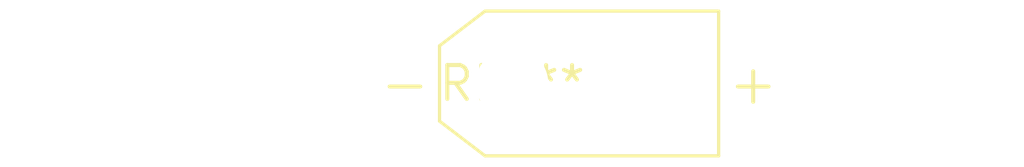
<source format=kicad_pcb>
(kicad_pcb (version 20240108) (generator pcbnew)
  (layers (0 "F.Cu" signal) (31 "B.Cu" signal) (34 "B.Paste" user) (35 "F.Paste" user) (36 "B.SilkS" user "B.Silkscreen") (37 "F.SilkS" user "F.Silkscreen") (38 "B.Mask" user) (39 "F.Mask" user) (44 "Edge.Cuts" user))
  (net 0 "")
  (footprint "AMASS_XT30U-F_1x02_P5.0mm_Vertical" (layer "F.Cu") (at 0 0)
    (property "Reference" "REF**")
    (property "Value" "AMASS_XT30U-F_1x02_P5.0mm_Vertical")
    (fp_line (start -2.71 -1.41) (end -2.71 1.41) (layer "F.SilkS") (stroke (width 0.12)))
    (fp_line (start -2.71 -1.41) (end -1.01 -2.71) (layer "F.SilkS") (stroke (width 0.12)))
    (fp_line (start -2.71 1.41) (end -1.01 2.71) (layer "F.SilkS") (stroke (width 0.12)))
    (fp_line (start -1.01 -2.71) (end 7.71 -2.71) (layer "F.SilkS") (stroke (width 0.12)))
    (fp_line (start -1.01 2.71) (end 7.71 2.71) (layer "F.SilkS") (stroke (width 0.12)))
    (fp_line (start 7.71 -2.71) (end 7.71 2.71) (layer "F.SilkS") (stroke (width 0.12)))
    (fp_text user "+" (at 9 0 0) (layer "F.SilkS") (effects (font (size 1.5 1.5))))
    (fp_text user "-" (at -4 0 0) (layer "F.SilkS") (effects (font (size 1.5 1.5))))
    (pad "1" thru_hole rect (at 0 0) (size 3.8 3.8) (drill 2.7) (layers *.Cu *.Mask) (remove_unused_layers))
    (pad "2" thru_hole circle (at 5 0) (size 4 4) (drill 2.7) (layers *.Cu *.Mask) (remove_unused_layers))
  )
)
</source>
